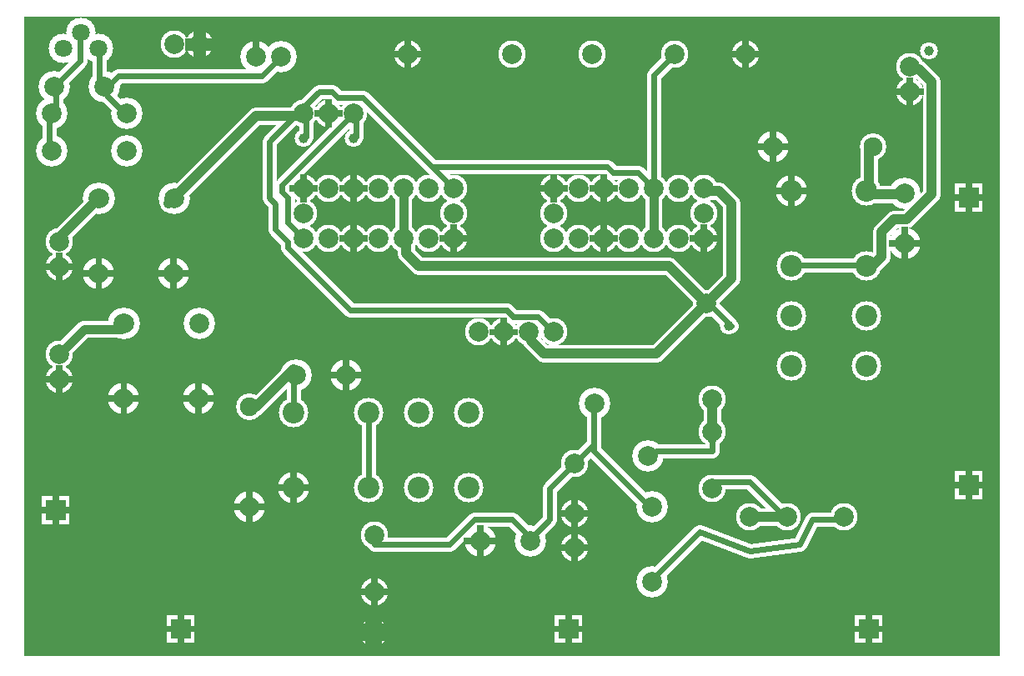
<source format=gbr>
%FSLAX34Y34*%
%MOMM*%
%LNCOPPER_BOTTOM*%
G71*
G01*
%ADD10C,2.800*%
%ADD11C,1.700*%
%ADD12C,1.400*%
%ADD13C,1.800*%
%ADD14C,3.200*%
%ADD15C,2.800*%
%ADD16C,1.800*%
%ADD17C,2.700*%
%ADD18C,3.000*%
%ADD19C,3.000*%
%ADD20C,0.667*%
%ADD21C,0.680*%
%ADD22C,0.813*%
%ADD23C,1.260*%
%ADD24C,1.713*%
%ADD25C,2.000*%
%ADD26C,0.900*%
%ADD27C,0.600*%
%ADD28C,1.000*%
%ADD29C,2.000*%
%ADD30C,1.000*%
%ADD31C,1.900*%
%ADD32C,2.200*%
%ADD33C,4.300*%
%ADD34C,1.800*%
%LPD*%
G36*
X-698500Y479300D02*
X291500Y479300D01*
X291500Y-170700D01*
X-698500Y-170700D01*
X-698500Y479300D01*
G37*
%LPC*%
X-161150Y304510D02*
G54D10*
D03*
X-135750Y304510D02*
G54D10*
D03*
X-135750Y304510D02*
G54D10*
D03*
X-110350Y304510D02*
G54D10*
D03*
X-110350Y304510D02*
G54D10*
D03*
X-84950Y304510D02*
G54D10*
D03*
X-84950Y304510D02*
G54D10*
D03*
X-59550Y304510D02*
G54D10*
D03*
X-59550Y304510D02*
G54D10*
D03*
X-34150Y304510D02*
G54D10*
D03*
X-34150Y304510D02*
G54D10*
D03*
X-8750Y304510D02*
G54D10*
D03*
X-8750Y304510D02*
G54D10*
D03*
X-8750Y279110D02*
G54D10*
D03*
X-8750Y279110D02*
G54D10*
D03*
X-8750Y253710D02*
G54D10*
D03*
X-161150Y304510D02*
G54D10*
D03*
X-161150Y279110D02*
G54D10*
D03*
X-161150Y279110D02*
G54D10*
D03*
X-161150Y253710D02*
G54D10*
D03*
X-161150Y253710D02*
G54D10*
D03*
X-135750Y253710D02*
G54D10*
D03*
X-135750Y253710D02*
G54D10*
D03*
X-110350Y253710D02*
G54D10*
D03*
X-110350Y253710D02*
G54D10*
D03*
X-84950Y253710D02*
G54D10*
D03*
X-84950Y253710D02*
G54D10*
D03*
X-59550Y253710D02*
G54D10*
D03*
X-59550Y253710D02*
G54D10*
D03*
X-34150Y253710D02*
G54D10*
D03*
X-34150Y253710D02*
G54D10*
D03*
X-8750Y253710D02*
G54D10*
D03*
X-8750Y253710D02*
G54D10*
D03*
X-161150Y253710D02*
G54D10*
D03*
X-415150Y304510D02*
G54D10*
D03*
X-389750Y304510D02*
G54D10*
D03*
X-389750Y304510D02*
G54D10*
D03*
X-364350Y304510D02*
G54D10*
D03*
X-364350Y304510D02*
G54D10*
D03*
X-338950Y304510D02*
G54D10*
D03*
X-338950Y304510D02*
G54D10*
D03*
X-313550Y304510D02*
G54D10*
D03*
X-313550Y304510D02*
G54D10*
D03*
X-288150Y304510D02*
G54D10*
D03*
X-288150Y304510D02*
G54D10*
D03*
X-262750Y304510D02*
G54D10*
D03*
X-262750Y304510D02*
G54D10*
D03*
X-262750Y279110D02*
G54D10*
D03*
X-262750Y279110D02*
G54D10*
D03*
X-262750Y253710D02*
G54D10*
D03*
X-415150Y304510D02*
G54D10*
D03*
X-415150Y279110D02*
G54D10*
D03*
X-415150Y279110D02*
G54D10*
D03*
X-415150Y253710D02*
G54D10*
D03*
X-415150Y253710D02*
G54D10*
D03*
X-389750Y253710D02*
G54D10*
D03*
X-389750Y253710D02*
G54D10*
D03*
X-364350Y253710D02*
G54D10*
D03*
X-364350Y253710D02*
G54D10*
D03*
X-338950Y253710D02*
G54D10*
D03*
X-338950Y253710D02*
G54D10*
D03*
X-313550Y253710D02*
G54D10*
D03*
X-313550Y253710D02*
G54D10*
D03*
X-288150Y253710D02*
G54D10*
D03*
X-288150Y253710D02*
G54D10*
D03*
X-262750Y253710D02*
G54D10*
D03*
X-262750Y253710D02*
G54D10*
D03*
X-415150Y253710D02*
G54D10*
D03*
X-237350Y158460D02*
G54D10*
D03*
X-237350Y158460D02*
G54D10*
D03*
X-211950Y158460D02*
G54D10*
D03*
X-211950Y158460D02*
G54D10*
D03*
X-186550Y158460D02*
G54D10*
D03*
X-186550Y158460D02*
G54D10*
D03*
X-161150Y158460D02*
G54D10*
D03*
X-161150Y158460D02*
G54D10*
D03*
G54D11*
X-313550Y253710D02*
X-313550Y304510D01*
G54D11*
X-59550Y253710D02*
X-59550Y304510D01*
X-415150Y380710D02*
G54D10*
D03*
X-389750Y380710D02*
G54D10*
D03*
X-364350Y380710D02*
G54D10*
D03*
G54D12*
X-364350Y380710D02*
X-367500Y383860D01*
X-367500Y377510D01*
X-437350Y307660D01*
X-437350Y301310D01*
X-431000Y294960D01*
X-431000Y269560D01*
X-418300Y256860D01*
X-415150Y253710D01*
G54D12*
X-415150Y380710D02*
X-418300Y383860D01*
X-450050Y352110D01*
X-450050Y294960D01*
X-443700Y288610D01*
X-443700Y263210D01*
X-431000Y250510D01*
X-431000Y244160D01*
X-367500Y180660D01*
X-208750Y180660D01*
X-202400Y174310D01*
X-177000Y174310D01*
X-164300Y161610D01*
X-161150Y158460D01*
G54D12*
X-415150Y380710D02*
X-418300Y383860D01*
X-399250Y402910D01*
X-386550Y402910D01*
X-380200Y396560D01*
X-354800Y396560D01*
X-265900Y307660D01*
X-262750Y304510D01*
G54D12*
X-415150Y380710D02*
X-418300Y383860D01*
X-399250Y402910D01*
X-386550Y402910D01*
X-380200Y396560D01*
X-354800Y396560D01*
X-284950Y326710D01*
X-107150Y326710D01*
X-100800Y320360D01*
X-75400Y320360D01*
X-62700Y307660D01*
X-59550Y304510D01*
X-415150Y355310D02*
G54D13*
D03*
X-364350Y355310D02*
G54D13*
D03*
G54D12*
X-415150Y355310D02*
X-412750Y357100D01*
X-412750Y382500D01*
X-415150Y380710D01*
G54D12*
X-364350Y355310D02*
X-361950Y357100D01*
X-361950Y382500D01*
X-364350Y380710D01*
X-597483Y167666D02*
G54D14*
D03*
X-597533Y91416D02*
G54D14*
D03*
X-597483Y167666D02*
G54D15*
D03*
X-521292Y167592D02*
G54D14*
D03*
X-597542Y167642D02*
G54D14*
D03*
X-521292Y167592D02*
G54D15*
D03*
X-521292Y167592D02*
G54D14*
D03*
X-521342Y91342D02*
G54D14*
D03*
X-521292Y167592D02*
G54D15*
D03*
X-622882Y294666D02*
G54D14*
D03*
X-622933Y218416D02*
G54D14*
D03*
X-622883Y294666D02*
G54D15*
D03*
X-546692Y294592D02*
G54D14*
D03*
X-622942Y294642D02*
G54D14*
D03*
X-546692Y294592D02*
G54D15*
D03*
X-546692Y294592D02*
G54D14*
D03*
X-546742Y218342D02*
G54D14*
D03*
X-546692Y294592D02*
G54D15*
D03*
X-663127Y135961D02*
G54D10*
D03*
X-663127Y110561D02*
G54D10*
D03*
X-663127Y250261D02*
G54D10*
D03*
X-663127Y224861D02*
G54D10*
D03*
X200473Y428061D02*
G54D10*
D03*
X200473Y402661D02*
G54D10*
D03*
G54D11*
X-663127Y135961D02*
X-637727Y161361D01*
X-599627Y161361D01*
X-597542Y167642D01*
X219850Y444210D02*
G54D13*
D03*
X-6350Y187400D02*
G54D10*
D03*
G54D16*
X-6350Y187400D02*
X19050Y212800D01*
X19050Y289000D01*
X6350Y301700D01*
X-6350Y301700D01*
X-8750Y304510D01*
G54D16*
X-6350Y187400D02*
X-44450Y225500D01*
X-298450Y225500D01*
X-311150Y238200D01*
X-311150Y250900D01*
X-313550Y253710D01*
G54D16*
X-6350Y187400D02*
X-57150Y136600D01*
X-171450Y136600D01*
X-184150Y149300D01*
X-184150Y162000D01*
X-186550Y158460D01*
G54D16*
X-663127Y250261D02*
X-666750Y250900D01*
X-628650Y289000D01*
X-622942Y294642D01*
G54D16*
X-546692Y294592D02*
X-552450Y289000D01*
X-463550Y377900D01*
X-412750Y377900D01*
X-415150Y380710D01*
X-469900Y-19050D02*
G54D17*
D03*
X-469900Y82550D02*
G54D17*
D03*
X-425065Y235D02*
G54D18*
D03*
X-425065Y76435D02*
G54D18*
D03*
X-348865Y235D02*
G54D18*
D03*
X-298065Y235D02*
G54D18*
D03*
X-247265Y235D02*
G54D18*
D03*
X-348865Y76435D02*
G54D18*
D03*
X-298065Y76435D02*
G54D18*
D03*
X-247265Y76435D02*
G54D18*
D03*
X-371640Y115125D02*
G54D14*
D03*
X-422621Y115013D02*
G54D14*
D03*
X-371640Y115125D02*
G54D14*
D03*
X-469900Y-19050D02*
G54D14*
D03*
X-425065Y235D02*
G54D14*
D03*
G54D12*
X-422621Y115013D02*
X-425450Y117350D01*
X-425450Y79250D01*
X-425065Y76435D01*
G54D12*
X-348865Y76435D02*
X-349250Y79250D01*
X-349250Y3050D01*
X-348865Y235D01*
X61352Y347104D02*
G54D17*
D03*
X162952Y347104D02*
G54D17*
D03*
X80637Y302270D02*
G54D18*
D03*
X156837Y302270D02*
G54D18*
D03*
X80637Y226070D02*
G54D18*
D03*
X80637Y175270D02*
G54D18*
D03*
X80637Y124470D02*
G54D18*
D03*
X156837Y226070D02*
G54D18*
D03*
X156837Y175270D02*
G54D18*
D03*
X156837Y124470D02*
G54D18*
D03*
X195527Y248845D02*
G54D14*
D03*
X195415Y299826D02*
G54D14*
D03*
X195527Y248845D02*
G54D14*
D03*
X61352Y347104D02*
G54D14*
D03*
X80637Y302270D02*
G54D14*
D03*
G54D12*
X156837Y226070D02*
X159652Y226455D01*
X83452Y226454D01*
X80637Y226069D01*
X-463650Y438100D02*
G54D14*
D03*
X-438150Y438100D02*
G54D14*
D03*
X-425065Y76435D02*
G54D10*
D03*
X80637Y302270D02*
G54D10*
D03*
G54D16*
X-422621Y115013D02*
X-425450Y120600D01*
X-463550Y82500D01*
X-469900Y82550D01*
G54D16*
X156837Y302270D02*
X158750Y298400D01*
X158750Y349200D01*
X162952Y347105D01*
G54D16*
X156837Y226070D02*
X158750Y222200D01*
X171450Y234900D01*
X171450Y260300D01*
X184150Y273000D01*
X196850Y273000D01*
X222250Y298400D01*
X222250Y412700D01*
X209550Y425400D01*
X196850Y425400D01*
X200473Y428061D01*
G36*
X246350Y309200D02*
X274350Y309200D01*
X274350Y281200D01*
X246350Y281200D01*
X246350Y309200D01*
G37*
G36*
X246350Y17100D02*
X274350Y17100D01*
X274350Y-10900D01*
X246350Y-10900D01*
X246350Y17100D01*
G37*
G54D16*
X195415Y299826D02*
X190500Y298400D01*
X152400Y298400D01*
X156837Y302270D01*
X0Y57150D02*
G54D10*
D03*
X0Y0D02*
G54D10*
D03*
X-342900Y-47750D02*
G54D10*
D03*
X-342900Y-104900D02*
G54D10*
D03*
X76200Y-28700D02*
G54D10*
D03*
X133350Y-28700D02*
G54D10*
D03*
X-65623Y32350D02*
G54D14*
D03*
X-119505Y86302D02*
G54D14*
D03*
X-65623Y32350D02*
G54D15*
D03*
X-61572Y-95426D02*
G54D14*
D03*
X-61522Y-19176D02*
G54D14*
D03*
X-61572Y-95426D02*
G54D15*
D03*
G36*
X-160050Y-128950D02*
X-132050Y-128950D01*
X-132050Y-156950D01*
X-160050Y-156950D01*
X-160050Y-128950D01*
G37*
X-139700Y25400D02*
G54D10*
D03*
X-139700Y-25400D02*
G54D10*
D03*
X-342900Y-104900D02*
G54D10*
D03*
G54D12*
X-61522Y-19176D02*
X-63500Y-19100D01*
X-120650Y38050D01*
X-120650Y88850D01*
X-119505Y86302D01*
G54D12*
X-139700Y25400D02*
X-139700Y25350D01*
X-120650Y44400D01*
X-120650Y88850D01*
X-119505Y86302D01*
G54D12*
X-65623Y32350D02*
X-63500Y31700D01*
X-57150Y38050D01*
X0Y38050D01*
X0Y57150D01*
X-139700Y-25400D02*
G54D10*
D03*
X-235806Y-54007D02*
G54D14*
D03*
X-184826Y-53895D02*
G54D14*
D03*
X16650Y164810D02*
G54D13*
D03*
G54D12*
X16650Y164810D02*
X19050Y165050D01*
X-6350Y190450D01*
X-6350Y187400D01*
X-235806Y-54007D02*
G54D14*
D03*
G54D12*
X-184826Y-53895D02*
X-184150Y-50850D01*
X-165100Y-31800D01*
X-165100Y-50D01*
X-139700Y25350D01*
X-139700Y25400D01*
G36*
X-553750Y-128950D02*
X-525750Y-128950D01*
X-525750Y-156950D01*
X-553750Y-156950D01*
X-553750Y-128950D01*
G37*
G36*
X144750Y-128950D02*
X172750Y-128950D01*
X172750Y-156950D01*
X144750Y-156950D01*
X144750Y-128950D01*
G37*
G54D12*
X-184826Y-53895D02*
X-184150Y-50850D01*
X-203200Y-31800D01*
X-241300Y-31800D01*
X-266700Y-57200D01*
X-342900Y-57200D01*
X-342900Y-54100D01*
G54D12*
X76200Y-28700D02*
X76200Y-31800D01*
X38100Y6300D01*
X0Y6300D01*
X0Y6350D01*
G54D12*
X-61572Y-95426D02*
X-63500Y-95300D01*
X-12700Y-44500D01*
X38100Y-63500D01*
X88900Y-57200D01*
X101600Y-31800D01*
X127000Y-31800D01*
X127000Y-28700D01*
G36*
X-680750Y-8300D02*
X-652750Y-8300D01*
X-652750Y-36300D01*
X-680750Y-36300D01*
X-680750Y-8300D01*
G37*
X-623482Y447122D02*
G54D19*
D03*
X-641057Y463022D02*
G54D19*
D03*
X-658673Y447087D02*
G54D19*
D03*
X-668547Y407735D02*
G54D14*
D03*
X-617566Y407848D02*
G54D14*
D03*
X-670954Y381088D02*
G54D14*
D03*
X-594704Y381038D02*
G54D14*
D03*
X-670954Y342988D02*
G54D14*
D03*
X-594704Y342938D02*
G54D14*
D03*
G54D12*
X-617566Y407848D02*
X-616254Y408431D01*
X-622604Y414781D01*
X-622604Y446531D01*
X-623482Y447122D01*
G54D12*
X-668547Y407736D02*
X-667054Y408431D01*
X-641654Y433831D01*
X-641654Y465581D01*
X-641057Y463022D01*
G54D12*
X-594704Y381038D02*
X-596900Y380950D01*
X-615950Y400000D01*
X-615950Y406350D01*
X-617566Y407848D01*
G54D12*
X-670954Y342988D02*
X-673100Y342850D01*
X-673100Y380950D01*
X-670954Y381088D01*
G54D12*
X-670954Y381088D02*
X-673100Y380950D01*
X-666750Y387300D01*
X-666750Y406350D01*
X-668547Y407735D01*
X-546100Y450800D02*
G54D10*
D03*
X-520700Y450800D02*
G54D10*
D03*
G54D12*
X-617566Y407848D02*
X-615950Y406350D01*
X-603250Y419050D01*
X-457200Y419050D01*
X-438150Y438100D01*
X-203200Y441200D02*
G54D10*
D03*
X-122099Y440463D02*
G54D10*
D03*
X-38100Y441200D02*
G54D10*
D03*
X-309200Y440673D02*
G54D10*
D03*
X33700Y440673D02*
G54D10*
D03*
G54D12*
X-59550Y304510D02*
X-59550Y419750D01*
X-38100Y441200D01*
X-343947Y-146365D02*
G54D10*
D03*
X38100Y-28700D02*
G54D10*
D03*
G54D16*
X38100Y-28700D02*
X76200Y-28700D01*
X-139700Y-60450D02*
G54D10*
D03*
X0Y90170D02*
G54D10*
D03*
G54D16*
X0Y90170D02*
X0Y88900D01*
X0Y50800D01*
X0Y57150D01*
%LPD*%
G54D20*
G36*
X-113683Y304510D02*
X-113683Y319010D01*
X-107017Y319010D01*
X-107017Y304510D01*
X-113683Y304510D01*
G37*
G36*
X-110350Y307843D02*
X-95850Y307843D01*
X-95850Y301177D01*
X-110350Y301177D01*
X-110350Y307843D01*
G37*
G36*
X-107017Y304510D02*
X-107017Y290010D01*
X-113683Y290010D01*
X-113683Y304510D01*
X-107017Y304510D01*
G37*
G36*
X-110350Y301177D02*
X-124850Y301177D01*
X-124850Y307843D01*
X-110350Y307843D01*
X-110350Y301177D01*
G37*
G54D20*
G36*
X-161150Y307843D02*
X-146650Y307843D01*
X-146650Y301177D01*
X-161150Y301177D01*
X-161150Y307843D01*
G37*
G36*
X-157817Y304510D02*
X-157817Y290010D01*
X-164483Y290010D01*
X-164483Y304510D01*
X-157817Y304510D01*
G37*
G36*
X-161150Y301177D02*
X-175650Y301177D01*
X-175650Y307843D01*
X-161150Y307843D01*
X-161150Y301177D01*
G37*
G36*
X-164483Y304510D02*
X-164483Y319010D01*
X-157817Y319010D01*
X-157817Y304510D01*
X-164483Y304510D01*
G37*
G54D20*
G36*
X-113683Y253710D02*
X-113683Y268210D01*
X-107017Y268210D01*
X-107017Y253710D01*
X-113683Y253710D01*
G37*
G36*
X-110350Y257043D02*
X-95850Y257043D01*
X-95850Y250377D01*
X-110350Y250377D01*
X-110350Y257043D01*
G37*
G36*
X-107017Y253710D02*
X-107017Y239210D01*
X-113683Y239210D01*
X-113683Y253710D01*
X-107017Y253710D01*
G37*
G36*
X-110350Y250377D02*
X-124850Y250377D01*
X-124850Y257043D01*
X-110350Y257043D01*
X-110350Y250377D01*
G37*
G54D20*
G36*
X-8750Y257043D02*
X5750Y257043D01*
X5750Y250377D01*
X-8750Y250377D01*
X-8750Y257043D01*
G37*
G36*
X-5417Y253710D02*
X-5417Y239210D01*
X-12083Y239210D01*
X-12083Y253710D01*
X-5417Y253710D01*
G37*
G36*
X-8750Y250377D02*
X-23250Y250377D01*
X-23250Y257043D01*
X-8750Y257043D01*
X-8750Y250377D01*
G37*
G36*
X-12083Y253710D02*
X-12083Y268210D01*
X-5417Y268210D01*
X-5417Y253710D01*
X-12083Y253710D01*
G37*
G54D20*
G36*
X-367683Y304510D02*
X-367683Y319010D01*
X-361016Y319010D01*
X-361016Y304510D01*
X-367683Y304510D01*
G37*
G36*
X-364350Y307843D02*
X-349850Y307843D01*
X-349850Y301177D01*
X-364350Y301177D01*
X-364350Y307843D01*
G37*
G36*
X-361016Y304510D02*
X-361016Y290010D01*
X-367683Y290010D01*
X-367683Y304510D01*
X-361016Y304510D01*
G37*
G36*
X-364350Y301177D02*
X-378850Y301177D01*
X-378850Y307843D01*
X-364350Y307843D01*
X-364350Y301177D01*
G37*
G54D20*
G36*
X-415150Y307843D02*
X-400650Y307843D01*
X-400650Y301177D01*
X-415150Y301177D01*
X-415150Y307843D01*
G37*
G36*
X-411817Y304510D02*
X-411817Y290010D01*
X-418483Y290010D01*
X-418483Y304510D01*
X-411817Y304510D01*
G37*
G36*
X-415150Y301177D02*
X-429650Y301177D01*
X-429650Y307843D01*
X-415150Y307843D01*
X-415150Y301177D01*
G37*
G36*
X-418483Y304510D02*
X-418483Y319010D01*
X-411817Y319010D01*
X-411817Y304510D01*
X-418483Y304510D01*
G37*
G54D20*
G36*
X-367683Y253710D02*
X-367683Y268210D01*
X-361016Y268210D01*
X-361016Y253710D01*
X-367683Y253710D01*
G37*
G36*
X-364350Y257043D02*
X-349850Y257043D01*
X-349850Y250377D01*
X-364350Y250377D01*
X-364350Y257043D01*
G37*
G36*
X-361016Y253710D02*
X-361016Y239210D01*
X-367683Y239210D01*
X-367683Y253710D01*
X-361016Y253710D01*
G37*
G36*
X-364350Y250377D02*
X-378850Y250377D01*
X-378850Y257043D01*
X-364350Y257043D01*
X-364350Y250377D01*
G37*
G54D20*
G36*
X-262750Y257043D02*
X-248250Y257043D01*
X-248250Y250377D01*
X-262750Y250377D01*
X-262750Y257043D01*
G37*
G36*
X-259416Y253710D02*
X-259416Y239210D01*
X-266083Y239210D01*
X-266083Y253710D01*
X-259416Y253710D01*
G37*
G36*
X-262750Y250377D02*
X-277250Y250377D01*
X-277250Y257043D01*
X-262750Y257043D01*
X-262750Y250377D01*
G37*
G36*
X-266083Y253710D02*
X-266083Y268210D01*
X-259416Y268210D01*
X-259416Y253710D01*
X-266083Y253710D01*
G37*
G54D20*
G36*
X-215283Y158460D02*
X-215283Y172960D01*
X-208616Y172960D01*
X-208616Y158460D01*
X-215283Y158460D01*
G37*
G36*
X-211950Y161793D02*
X-197450Y161793D01*
X-197450Y155127D01*
X-211950Y155127D01*
X-211950Y161793D01*
G37*
G36*
X-208616Y158460D02*
X-208616Y143960D01*
X-215283Y143960D01*
X-215283Y158460D01*
X-208616Y158460D01*
G37*
G36*
X-211950Y155127D02*
X-226450Y155127D01*
X-226450Y161793D01*
X-211950Y161793D01*
X-211950Y155127D01*
G37*
G54D20*
G36*
X-393083Y380710D02*
X-393083Y395210D01*
X-386417Y395210D01*
X-386417Y380710D01*
X-393083Y380710D01*
G37*
G36*
X-389750Y384043D02*
X-375250Y384043D01*
X-375250Y377377D01*
X-389750Y377377D01*
X-389750Y384043D01*
G37*
G36*
X-386417Y380710D02*
X-386417Y366210D01*
X-393083Y366210D01*
X-393083Y380710D01*
X-386417Y380710D01*
G37*
G36*
X-389750Y377377D02*
X-404250Y377377D01*
X-404250Y384043D01*
X-389750Y384043D01*
X-389750Y377377D01*
G37*
G54D20*
G36*
X-597533Y94749D02*
X-581033Y94749D01*
X-581033Y88083D01*
X-597533Y88083D01*
X-597533Y94749D01*
G37*
G36*
X-594200Y91416D02*
X-594200Y74916D01*
X-600866Y74916D01*
X-600866Y91416D01*
X-594200Y91416D01*
G37*
G36*
X-597533Y88083D02*
X-614033Y88083D01*
X-614033Y94749D01*
X-597533Y94749D01*
X-597533Y88083D01*
G37*
G36*
X-600866Y91416D02*
X-600866Y107916D01*
X-594200Y107916D01*
X-594200Y91416D01*
X-600866Y91416D01*
G37*
G54D21*
G36*
X-521342Y94742D02*
X-504842Y94742D01*
X-504842Y87942D01*
X-521342Y87942D01*
X-521342Y94742D01*
G37*
G36*
X-517942Y91342D02*
X-517942Y74842D01*
X-524742Y74842D01*
X-524742Y91342D01*
X-517942Y91342D01*
G37*
G36*
X-521342Y87942D02*
X-537842Y87942D01*
X-537842Y94742D01*
X-521342Y94742D01*
X-521342Y87942D01*
G37*
G36*
X-524742Y91342D02*
X-524742Y107842D01*
X-517942Y107842D01*
X-517942Y91342D01*
X-524742Y91342D01*
G37*
G54D20*
G36*
X-622933Y221749D02*
X-606433Y221749D01*
X-606433Y215083D01*
X-622933Y215083D01*
X-622933Y221749D01*
G37*
G36*
X-619600Y218416D02*
X-619600Y201916D01*
X-626266Y201916D01*
X-626266Y218416D01*
X-619600Y218416D01*
G37*
G36*
X-622933Y215083D02*
X-639433Y215083D01*
X-639433Y221749D01*
X-622933Y221749D01*
X-622933Y215083D01*
G37*
G36*
X-626266Y218416D02*
X-626266Y234916D01*
X-619600Y234916D01*
X-619600Y218416D01*
X-626266Y218416D01*
G37*
G54D21*
G36*
X-546742Y221742D02*
X-530242Y221742D01*
X-530242Y214942D01*
X-546742Y214942D01*
X-546742Y221742D01*
G37*
G36*
X-543342Y218342D02*
X-543342Y201842D01*
X-550142Y201842D01*
X-550142Y218342D01*
X-543342Y218342D01*
G37*
G36*
X-546742Y214942D02*
X-563242Y214942D01*
X-563242Y221742D01*
X-546742Y221742D01*
X-546742Y214942D01*
G37*
G36*
X-550142Y218342D02*
X-550142Y234842D01*
X-543342Y234842D01*
X-543342Y218342D01*
X-550142Y218342D01*
G37*
G54D20*
G36*
X-666460Y110561D02*
X-666460Y125061D01*
X-659794Y125061D01*
X-659794Y110561D01*
X-666460Y110561D01*
G37*
G36*
X-663127Y113894D02*
X-648627Y113894D01*
X-648627Y107228D01*
X-663127Y107228D01*
X-663127Y113894D01*
G37*
G36*
X-659794Y110561D02*
X-659794Y96061D01*
X-666460Y96061D01*
X-666460Y110561D01*
X-659794Y110561D01*
G37*
G36*
X-663127Y107228D02*
X-677627Y107228D01*
X-677627Y113894D01*
X-663127Y113894D01*
X-663127Y107228D01*
G37*
G54D20*
G36*
X-666460Y224861D02*
X-666460Y239361D01*
X-659794Y239361D01*
X-659794Y224861D01*
X-666460Y224861D01*
G37*
G36*
X-663127Y228194D02*
X-648627Y228194D01*
X-648627Y221528D01*
X-663127Y221528D01*
X-663127Y228194D01*
G37*
G36*
X-659794Y224861D02*
X-659794Y210361D01*
X-666460Y210361D01*
X-666460Y224861D01*
X-659794Y224861D01*
G37*
G36*
X-663127Y221528D02*
X-677627Y221528D01*
X-677627Y228194D01*
X-663127Y228194D01*
X-663127Y221528D01*
G37*
G54D20*
G36*
X197140Y402661D02*
X197140Y417161D01*
X203806Y417161D01*
X203806Y402661D01*
X197140Y402661D01*
G37*
G36*
X200473Y405994D02*
X214973Y405994D01*
X214973Y399328D01*
X200473Y399328D01*
X200473Y405994D01*
G37*
G36*
X203806Y402661D02*
X203806Y388161D01*
X197140Y388161D01*
X197140Y402661D01*
X203806Y402661D01*
G37*
G36*
X200473Y399328D02*
X185973Y399328D01*
X185973Y405994D01*
X200473Y405994D01*
X200473Y399328D01*
G37*
G54D21*
G36*
X-371640Y118525D02*
X-355140Y118525D01*
X-355140Y111725D01*
X-371640Y111725D01*
X-371640Y118525D01*
G37*
G36*
X-368240Y115125D02*
X-368240Y98625D01*
X-375040Y98625D01*
X-375040Y115125D01*
X-368240Y115125D01*
G37*
G36*
X-371640Y111725D02*
X-388140Y111725D01*
X-388140Y118525D01*
X-371640Y118525D01*
X-371640Y111725D01*
G37*
G36*
X-375040Y115125D02*
X-375040Y131625D01*
X-368240Y131625D01*
X-368240Y115125D01*
X-375040Y115125D01*
G37*
G54D21*
G36*
X-469900Y-15650D02*
X-453400Y-15650D01*
X-453400Y-22450D01*
X-469900Y-22450D01*
X-469900Y-15650D01*
G37*
G36*
X-466500Y-19050D02*
X-466500Y-35550D01*
X-473300Y-35550D01*
X-473300Y-19050D01*
X-466500Y-19050D01*
G37*
G36*
X-469900Y-22450D02*
X-486400Y-22450D01*
X-486400Y-15650D01*
X-469900Y-15650D01*
X-469900Y-22450D01*
G37*
G36*
X-473300Y-19050D02*
X-473300Y-2550D01*
X-466500Y-2550D01*
X-466500Y-19050D01*
X-473300Y-19050D01*
G37*
G54D21*
G36*
X-425065Y3635D02*
X-408565Y3635D01*
X-408565Y-3165D01*
X-425065Y-3165D01*
X-425065Y3635D01*
G37*
G36*
X-421665Y235D02*
X-421665Y-16265D01*
X-428465Y-16265D01*
X-428465Y235D01*
X-421665Y235D01*
G37*
G36*
X-425065Y-3165D02*
X-441565Y-3165D01*
X-441565Y3635D01*
X-425065Y3635D01*
X-425065Y-3165D01*
G37*
G36*
X-428465Y235D02*
X-428465Y16735D01*
X-421665Y16735D01*
X-421665Y235D01*
X-428465Y235D01*
G37*
G54D21*
G36*
X198927Y248845D02*
X198927Y232345D01*
X192127Y232345D01*
X192127Y248845D01*
X198927Y248845D01*
G37*
G36*
X195527Y245445D02*
X179027Y245445D01*
X179027Y252245D01*
X195527Y252245D01*
X195527Y245445D01*
G37*
G36*
X192127Y248845D02*
X192127Y265345D01*
X198927Y265345D01*
X198927Y248845D01*
X192127Y248845D01*
G37*
G36*
X195527Y252245D02*
X212027Y252245D01*
X212027Y245445D01*
X195527Y245445D01*
X195527Y252245D01*
G37*
G54D21*
G36*
X64752Y347104D02*
X64752Y330604D01*
X57952Y330604D01*
X57952Y347104D01*
X64752Y347104D01*
G37*
G36*
X61352Y343704D02*
X44852Y343704D01*
X44852Y350504D01*
X61352Y350504D01*
X61352Y343704D01*
G37*
G36*
X57952Y347104D02*
X57952Y363604D01*
X64752Y363604D01*
X64752Y347104D01*
X57952Y347104D01*
G37*
G36*
X61352Y350504D02*
X77852Y350504D01*
X77852Y343704D01*
X61352Y343704D01*
X61352Y350504D01*
G37*
G54D21*
G36*
X84037Y302270D02*
X84037Y285770D01*
X77237Y285770D01*
X77237Y302270D01*
X84037Y302270D01*
G37*
G36*
X80637Y298870D02*
X64137Y298870D01*
X64137Y305670D01*
X80637Y305670D01*
X80637Y298870D01*
G37*
G36*
X77237Y302270D02*
X77237Y318770D01*
X84037Y318770D01*
X84037Y302270D01*
X77237Y302270D01*
G37*
G36*
X80637Y305670D02*
X97137Y305670D01*
X97137Y298870D01*
X80637Y298870D01*
X80637Y305670D01*
G37*
G54D20*
G36*
X-466983Y438100D02*
X-466983Y454600D01*
X-460317Y454600D01*
X-460317Y438100D01*
X-466983Y438100D01*
G37*
G54D22*
G54D20*
G36*
X257017Y295200D02*
X257017Y309700D01*
X263683Y309700D01*
X263683Y295200D01*
X257017Y295200D01*
G37*
G36*
X260350Y298533D02*
X274850Y298533D01*
X274850Y291867D01*
X260350Y291867D01*
X260350Y298533D01*
G37*
G36*
X263683Y295200D02*
X263683Y280700D01*
X257017Y280700D01*
X257017Y295200D01*
X263683Y295200D01*
G37*
G36*
X260350Y291867D02*
X245850Y291867D01*
X245850Y298533D01*
X260350Y298533D01*
X260350Y291867D01*
G37*
G54D20*
G36*
X257017Y3100D02*
X257017Y17600D01*
X263683Y17600D01*
X263683Y3100D01*
X257017Y3100D01*
G37*
G36*
X260350Y6433D02*
X274850Y6433D01*
X274850Y-233D01*
X260350Y-233D01*
X260350Y6433D01*
G37*
G36*
X263683Y3100D02*
X263683Y-11400D01*
X257017Y-11400D01*
X257017Y3100D01*
X263683Y3100D01*
G37*
G36*
X260350Y-233D02*
X245850Y-233D01*
X245850Y6433D01*
X260350Y6433D01*
X260350Y-233D01*
G37*
G54D20*
G36*
X-149383Y-142950D02*
X-149383Y-128450D01*
X-142717Y-128450D01*
X-142717Y-142950D01*
X-149383Y-142950D01*
G37*
G36*
X-146050Y-139617D02*
X-131550Y-139617D01*
X-131550Y-146283D01*
X-146050Y-146283D01*
X-146050Y-139617D01*
G37*
G36*
X-142717Y-142950D02*
X-142717Y-157450D01*
X-149383Y-157450D01*
X-149383Y-142950D01*
X-142717Y-142950D01*
G37*
G36*
X-146050Y-146283D02*
X-160550Y-146283D01*
X-160550Y-139617D01*
X-146050Y-139617D01*
X-146050Y-146283D01*
G37*
G54D21*
G36*
X-342900Y-101500D02*
X-328400Y-101500D01*
X-328400Y-108300D01*
X-342900Y-108300D01*
X-342900Y-101500D01*
G37*
G36*
X-339500Y-104900D02*
X-339500Y-119400D01*
X-346300Y-119400D01*
X-346300Y-104900D01*
X-339500Y-104900D01*
G37*
G36*
X-342900Y-108300D02*
X-357400Y-108300D01*
X-357400Y-101500D01*
X-342900Y-101500D01*
X-342900Y-108300D01*
G37*
G36*
X-346300Y-104900D02*
X-346300Y-90400D01*
X-339500Y-90400D01*
X-339500Y-104900D01*
X-346300Y-104900D01*
G37*
G54D21*
G36*
X-139700Y-22000D02*
X-125200Y-22000D01*
X-125200Y-28800D01*
X-139700Y-28800D01*
X-139700Y-22000D01*
G37*
G36*
X-136300Y-25400D02*
X-136300Y-39900D01*
X-143100Y-39900D01*
X-143100Y-25400D01*
X-136300Y-25400D01*
G37*
G36*
X-139700Y-28800D02*
X-154200Y-28800D01*
X-154200Y-22000D01*
X-139700Y-22000D01*
X-139700Y-28800D01*
G37*
G36*
X-143100Y-25400D02*
X-143100Y-10900D01*
X-136300Y-10900D01*
X-136300Y-25400D01*
X-143100Y-25400D01*
G37*
G54D21*
G36*
X-235806Y-57407D02*
X-252306Y-57407D01*
X-252306Y-50607D01*
X-235806Y-50607D01*
X-235806Y-57407D01*
G37*
G36*
X-239206Y-54007D02*
X-239206Y-37507D01*
X-232406Y-37507D01*
X-232406Y-54007D01*
X-239206Y-54007D01*
G37*
G36*
X-235806Y-50607D02*
X-219306Y-50607D01*
X-219306Y-57407D01*
X-235806Y-57407D01*
X-235806Y-50607D01*
G37*
G36*
X-232406Y-54007D02*
X-232406Y-70507D01*
X-239206Y-70507D01*
X-239206Y-54007D01*
X-232406Y-54007D01*
G37*
G54D20*
G36*
X-543083Y-142950D02*
X-543083Y-128450D01*
X-536417Y-128450D01*
X-536417Y-142950D01*
X-543083Y-142950D01*
G37*
G36*
X-539750Y-139617D02*
X-525250Y-139617D01*
X-525250Y-146283D01*
X-539750Y-146283D01*
X-539750Y-139617D01*
G37*
G36*
X-536417Y-142950D02*
X-536417Y-157450D01*
X-543083Y-157450D01*
X-543083Y-142950D01*
X-536417Y-142950D01*
G37*
G36*
X-539750Y-146283D02*
X-554250Y-146283D01*
X-554250Y-139617D01*
X-539750Y-139617D01*
X-539750Y-146283D01*
G37*
G54D20*
G36*
X155417Y-142950D02*
X155417Y-128450D01*
X162083Y-128450D01*
X162083Y-142950D01*
X155417Y-142950D01*
G37*
G36*
X158750Y-139617D02*
X173250Y-139617D01*
X173250Y-146283D01*
X158750Y-146283D01*
X158750Y-139617D01*
G37*
G36*
X162083Y-142950D02*
X162083Y-157450D01*
X155417Y-157450D01*
X155417Y-142950D01*
X162083Y-142950D01*
G37*
G36*
X158750Y-146283D02*
X144250Y-146283D01*
X144250Y-139617D01*
X158750Y-139617D01*
X158750Y-146283D01*
G37*
G54D20*
G36*
X-670083Y-22300D02*
X-670083Y-7800D01*
X-663417Y-7800D01*
X-663417Y-22300D01*
X-670083Y-22300D01*
G37*
G36*
X-666750Y-18967D02*
X-652250Y-18967D01*
X-652250Y-25633D01*
X-666750Y-25633D01*
X-666750Y-18967D01*
G37*
G36*
X-663417Y-22300D02*
X-663417Y-36800D01*
X-670083Y-36800D01*
X-670083Y-22300D01*
X-663417Y-22300D01*
G37*
G36*
X-666750Y-25633D02*
X-681250Y-25633D01*
X-681250Y-18967D01*
X-666750Y-18967D01*
X-666750Y-25633D01*
G37*
G54D23*
G36*
X-527000Y450800D02*
X-527000Y465300D01*
X-514400Y465300D01*
X-514400Y450800D01*
X-527000Y450800D01*
G37*
G36*
X-520700Y457100D02*
X-506200Y457100D01*
X-506200Y444500D01*
X-520700Y444500D01*
X-520700Y457100D01*
G37*
G36*
X-514400Y450800D02*
X-514400Y436300D01*
X-527000Y436300D01*
X-527000Y450800D01*
X-514400Y450800D01*
G37*
G36*
X-520700Y444500D02*
X-535200Y444500D01*
X-535200Y457100D01*
X-520700Y457100D01*
X-520700Y444500D01*
G37*
G54D20*
G36*
X-312533Y440673D02*
X-312533Y455173D01*
X-305867Y455173D01*
X-305867Y440673D01*
X-312533Y440673D01*
G37*
G36*
X-309200Y444006D02*
X-294700Y444006D01*
X-294700Y437340D01*
X-309200Y437340D01*
X-309200Y444006D01*
G37*
G36*
X-305867Y440673D02*
X-305867Y426173D01*
X-312533Y426173D01*
X-312533Y440673D01*
X-305867Y440673D01*
G37*
G36*
X-309200Y437340D02*
X-323700Y437340D01*
X-323700Y444006D01*
X-309200Y444006D01*
X-309200Y437340D01*
G37*
G54D20*
G36*
X30367Y440673D02*
X30367Y455173D01*
X37033Y455173D01*
X37033Y440673D01*
X30367Y440673D01*
G37*
G36*
X33700Y444006D02*
X48200Y444006D01*
X48200Y437340D01*
X33700Y437340D01*
X33700Y444006D01*
G37*
G36*
X37033Y440673D02*
X37033Y426173D01*
X30367Y426173D01*
X30367Y440673D01*
X37033Y440673D01*
G37*
G36*
X33700Y437340D02*
X19200Y437340D01*
X19200Y444006D01*
X33700Y444006D01*
X33700Y437340D01*
G37*
G54D24*
G36*
X-343947Y-154932D02*
X-358447Y-154932D01*
X-358447Y-137798D01*
X-343947Y-137798D01*
X-343947Y-154932D01*
G37*
G36*
X-352514Y-146365D02*
X-352514Y-131865D01*
X-335380Y-131865D01*
X-335380Y-146365D01*
X-352514Y-146365D01*
G37*
G36*
X-343947Y-137798D02*
X-329447Y-137798D01*
X-329447Y-154932D01*
X-343947Y-154932D01*
X-343947Y-137798D01*
G37*
G36*
X-335380Y-146365D02*
X-335380Y-160865D01*
X-352514Y-160865D01*
X-352514Y-146365D01*
X-335380Y-146365D01*
G37*
G54D21*
G36*
X-139700Y-57050D02*
X-125200Y-57050D01*
X-125200Y-63850D01*
X-139700Y-63850D01*
X-139700Y-57050D01*
G37*
G36*
X-136300Y-60450D02*
X-136300Y-74950D01*
X-143100Y-74950D01*
X-143100Y-60450D01*
X-136300Y-60450D01*
G37*
G36*
X-139700Y-63850D02*
X-154200Y-63850D01*
X-154200Y-57050D01*
X-139700Y-57050D01*
X-139700Y-63850D01*
G37*
G36*
X-143100Y-60450D02*
X-143100Y-45950D01*
X-136300Y-45950D01*
X-136300Y-60450D01*
X-143100Y-60450D01*
G37*
X-161150Y304510D02*
G54D25*
D03*
X-135750Y304510D02*
G54D25*
D03*
X-135750Y304510D02*
G54D25*
D03*
X-110350Y304510D02*
G54D25*
D03*
X-110350Y304510D02*
G54D25*
D03*
X-84950Y304510D02*
G54D25*
D03*
X-84950Y304510D02*
G54D25*
D03*
X-59550Y304510D02*
G54D25*
D03*
X-59550Y304510D02*
G54D25*
D03*
X-34150Y304510D02*
G54D25*
D03*
X-34150Y304510D02*
G54D25*
D03*
X-8750Y304510D02*
G54D25*
D03*
X-8750Y304510D02*
G54D25*
D03*
X-8750Y279110D02*
G54D25*
D03*
X-8750Y279110D02*
G54D25*
D03*
X-8750Y253710D02*
G54D25*
D03*
X-161150Y304510D02*
G54D25*
D03*
X-161150Y279110D02*
G54D25*
D03*
X-161150Y279110D02*
G54D25*
D03*
X-161150Y253710D02*
G54D25*
D03*
X-161150Y253710D02*
G54D25*
D03*
X-135750Y253710D02*
G54D25*
D03*
X-135750Y253710D02*
G54D25*
D03*
X-110350Y253710D02*
G54D25*
D03*
X-110350Y253710D02*
G54D25*
D03*
X-84950Y253710D02*
G54D25*
D03*
X-84950Y253710D02*
G54D25*
D03*
X-59550Y253710D02*
G54D25*
D03*
X-59550Y253710D02*
G54D25*
D03*
X-34150Y253710D02*
G54D25*
D03*
X-34150Y253710D02*
G54D25*
D03*
X-8750Y253710D02*
G54D25*
D03*
X-8750Y253710D02*
G54D25*
D03*
X-161150Y253710D02*
G54D25*
D03*
X-415150Y304510D02*
G54D25*
D03*
X-389750Y304510D02*
G54D25*
D03*
X-389750Y304510D02*
G54D25*
D03*
X-364350Y304510D02*
G54D25*
D03*
X-364350Y304510D02*
G54D25*
D03*
X-338950Y304510D02*
G54D25*
D03*
X-338950Y304510D02*
G54D25*
D03*
X-313550Y304510D02*
G54D25*
D03*
X-313550Y304510D02*
G54D25*
D03*
X-288150Y304510D02*
G54D25*
D03*
X-288150Y304510D02*
G54D25*
D03*
X-262750Y304510D02*
G54D25*
D03*
X-262750Y304510D02*
G54D25*
D03*
X-262750Y279110D02*
G54D25*
D03*
X-262750Y279110D02*
G54D25*
D03*
X-262750Y253710D02*
G54D25*
D03*
X-415150Y304510D02*
G54D25*
D03*
X-415150Y279110D02*
G54D25*
D03*
X-415150Y279110D02*
G54D25*
D03*
X-415150Y253710D02*
G54D25*
D03*
X-415150Y253710D02*
G54D25*
D03*
X-389750Y253710D02*
G54D25*
D03*
X-389750Y253710D02*
G54D25*
D03*
X-364350Y253710D02*
G54D25*
D03*
X-364350Y253710D02*
G54D25*
D03*
X-338950Y253710D02*
G54D25*
D03*
X-338950Y253710D02*
G54D25*
D03*
X-313550Y253710D02*
G54D25*
D03*
X-313550Y253710D02*
G54D25*
D03*
X-288150Y253710D02*
G54D25*
D03*
X-288150Y253710D02*
G54D25*
D03*
X-262750Y253710D02*
G54D25*
D03*
X-262750Y253710D02*
G54D25*
D03*
X-415150Y253710D02*
G54D25*
D03*
X-237350Y158460D02*
G54D25*
D03*
X-237350Y158460D02*
G54D25*
D03*
X-211950Y158460D02*
G54D25*
D03*
X-211950Y158460D02*
G54D25*
D03*
X-186550Y158460D02*
G54D25*
D03*
X-186550Y158460D02*
G54D25*
D03*
X-161150Y158460D02*
G54D25*
D03*
X-161150Y158460D02*
G54D25*
D03*
G54D26*
X-313550Y253710D02*
X-313550Y304510D01*
G54D26*
X-59550Y253710D02*
X-59550Y304510D01*
X-415150Y380710D02*
G54D25*
D03*
X-389750Y380710D02*
G54D25*
D03*
X-364350Y380710D02*
G54D25*
D03*
G54D27*
X-364350Y380710D02*
X-367500Y383860D01*
X-367500Y377510D01*
X-437350Y307660D01*
X-437350Y301310D01*
X-431000Y294960D01*
X-431000Y269560D01*
X-418300Y256860D01*
X-415150Y253710D01*
G54D27*
X-415150Y380710D02*
X-418300Y383860D01*
X-450050Y352110D01*
X-450050Y294960D01*
X-443700Y288610D01*
X-443700Y263210D01*
X-431000Y250510D01*
X-431000Y244160D01*
X-367500Y180660D01*
X-208750Y180660D01*
X-202400Y174310D01*
X-177000Y174310D01*
X-164300Y161610D01*
X-161150Y158460D01*
G54D27*
X-415150Y380710D02*
X-418300Y383860D01*
X-399250Y402910D01*
X-386550Y402910D01*
X-380200Y396560D01*
X-354800Y396560D01*
X-265900Y307660D01*
X-262750Y304510D01*
G54D27*
X-415150Y380710D02*
X-418300Y383860D01*
X-399250Y402910D01*
X-386550Y402910D01*
X-380200Y396560D01*
X-354800Y396560D01*
X-284950Y326710D01*
X-107150Y326710D01*
X-100800Y320360D01*
X-75400Y320360D01*
X-62700Y307660D01*
X-59550Y304510D01*
X-415150Y355310D02*
G54D28*
D03*
X-364350Y355310D02*
G54D28*
D03*
G54D27*
X-415150Y355310D02*
X-412750Y357100D01*
X-412750Y382500D01*
X-415150Y380710D01*
G54D27*
X-364350Y355310D02*
X-361950Y357100D01*
X-361950Y382500D01*
X-364350Y380710D01*
X-597483Y167666D02*
G54D25*
D03*
X-597533Y91416D02*
G54D25*
D03*
X-597483Y167666D02*
G54D29*
D03*
X-521292Y167592D02*
G54D25*
D03*
X-597542Y167642D02*
G54D25*
D03*
X-521292Y167592D02*
G54D29*
D03*
X-521292Y167592D02*
G54D25*
D03*
X-521342Y91342D02*
G54D25*
D03*
X-521292Y167592D02*
G54D29*
D03*
X-622882Y294666D02*
G54D25*
D03*
X-622933Y218416D02*
G54D25*
D03*
X-622883Y294666D02*
G54D29*
D03*
X-546692Y294592D02*
G54D25*
D03*
X-622942Y294642D02*
G54D25*
D03*
X-546692Y294592D02*
G54D29*
D03*
X-546692Y294592D02*
G54D25*
D03*
X-546742Y218342D02*
G54D25*
D03*
X-546692Y294592D02*
G54D29*
D03*
X-663127Y135961D02*
G54D25*
D03*
X-663127Y110561D02*
G54D25*
D03*
X-663127Y250261D02*
G54D25*
D03*
X-663127Y224861D02*
G54D25*
D03*
X200473Y428061D02*
G54D25*
D03*
X200473Y402661D02*
G54D25*
D03*
G54D26*
X-663127Y135961D02*
X-637727Y161361D01*
X-599627Y161361D01*
X-597542Y167642D01*
X219850Y444210D02*
G54D28*
D03*
X-6350Y187400D02*
G54D25*
D03*
G54D30*
X-6350Y187400D02*
X19050Y212800D01*
X19050Y289000D01*
X6350Y301700D01*
X-6350Y301700D01*
X-8750Y304510D01*
G54D30*
X-6350Y187400D02*
X-44450Y225500D01*
X-298450Y225500D01*
X-311150Y238200D01*
X-311150Y250900D01*
X-313550Y253710D01*
G54D30*
X-6350Y187400D02*
X-57150Y136600D01*
X-171450Y136600D01*
X-184150Y149300D01*
X-184150Y162000D01*
X-186550Y158460D01*
G54D30*
X-663127Y250261D02*
X-666750Y250900D01*
X-628650Y289000D01*
X-622942Y294642D01*
G54D30*
X-546692Y294592D02*
X-552450Y289000D01*
X-463550Y377900D01*
X-412750Y377900D01*
X-415150Y380710D01*
X-469900Y-19050D02*
G54D31*
D03*
X-469900Y82550D02*
G54D31*
D03*
X-425065Y235D02*
G54D32*
D03*
X-425065Y76435D02*
G54D32*
D03*
X-348865Y235D02*
G54D32*
D03*
X-298065Y235D02*
G54D32*
D03*
X-247265Y235D02*
G54D32*
D03*
X-348865Y76435D02*
G54D32*
D03*
X-298065Y76435D02*
G54D32*
D03*
X-247265Y76435D02*
G54D32*
D03*
X-371640Y115125D02*
G54D25*
D03*
X-422621Y115013D02*
G54D25*
D03*
X-371640Y115125D02*
G54D25*
D03*
X-469900Y-19050D02*
G54D25*
D03*
X-425065Y235D02*
G54D25*
D03*
G54D27*
X-422621Y115013D02*
X-425450Y117350D01*
X-425450Y79250D01*
X-425065Y76435D01*
G54D27*
X-348865Y76435D02*
X-349250Y79250D01*
X-349250Y3050D01*
X-348865Y235D01*
X61352Y347104D02*
G54D31*
D03*
X162952Y347104D02*
G54D31*
D03*
X80637Y302270D02*
G54D32*
D03*
X156837Y302270D02*
G54D32*
D03*
X80637Y226070D02*
G54D32*
D03*
X80637Y175270D02*
G54D32*
D03*
X80637Y124470D02*
G54D32*
D03*
X156837Y226070D02*
G54D32*
D03*
X156837Y175270D02*
G54D32*
D03*
X156837Y124470D02*
G54D32*
D03*
X195527Y248845D02*
G54D25*
D03*
X195415Y299826D02*
G54D25*
D03*
X195527Y248845D02*
G54D25*
D03*
X61352Y347104D02*
G54D25*
D03*
X80637Y302270D02*
G54D25*
D03*
G54D27*
X156837Y226070D02*
X159652Y226455D01*
X83452Y226454D01*
X80637Y226069D01*
X-463650Y438100D02*
G54D25*
D03*
X-438150Y438100D02*
G54D25*
D03*
X-425065Y76435D02*
G54D25*
D03*
X80637Y302270D02*
G54D25*
D03*
G54D30*
X-422621Y115013D02*
X-425450Y120600D01*
X-463550Y82500D01*
X-469900Y82550D01*
G54D30*
X156837Y302270D02*
X158750Y298400D01*
X158750Y349200D01*
X162952Y347105D01*
G54D30*
X156837Y226070D02*
X158750Y222200D01*
X171450Y234900D01*
X171450Y260300D01*
X184150Y273000D01*
X196850Y273000D01*
X222250Y298400D01*
X222250Y412700D01*
X209550Y425400D01*
X196850Y425400D01*
X200473Y428061D01*
G36*
X250350Y305200D02*
X270350Y305200D01*
X270350Y285200D01*
X250350Y285200D01*
X250350Y305200D01*
G37*
G36*
X250350Y13100D02*
X270350Y13100D01*
X270350Y-6900D01*
X250350Y-6900D01*
X250350Y13100D01*
G37*
G54D30*
X195415Y299826D02*
X190500Y298400D01*
X152400Y298400D01*
X156837Y302270D01*
X0Y57150D02*
G54D25*
D03*
X0Y0D02*
G54D25*
D03*
X-342900Y-47750D02*
G54D25*
D03*
X-342900Y-104900D02*
G54D25*
D03*
X76200Y-28700D02*
G54D25*
D03*
X133350Y-28700D02*
G54D25*
D03*
X-65623Y32350D02*
G54D25*
D03*
X-119505Y86302D02*
G54D25*
D03*
X-65623Y32350D02*
G54D29*
D03*
X-61572Y-95426D02*
G54D25*
D03*
X-61522Y-19176D02*
G54D25*
D03*
X-61572Y-95426D02*
G54D29*
D03*
G36*
X-156050Y-132950D02*
X-136050Y-132950D01*
X-136050Y-152950D01*
X-156050Y-152950D01*
X-156050Y-132950D01*
G37*
X-139700Y25400D02*
G54D25*
D03*
X-139700Y-25400D02*
G54D25*
D03*
X-342900Y-104900D02*
G54D25*
D03*
G54D27*
X-61522Y-19176D02*
X-63500Y-19100D01*
X-120650Y38050D01*
X-120650Y88850D01*
X-119505Y86302D01*
G54D27*
X-139700Y25400D02*
X-139700Y25350D01*
X-120650Y44400D01*
X-120650Y88850D01*
X-119505Y86302D01*
G54D27*
X-65623Y32350D02*
X-63500Y31700D01*
X-57150Y38050D01*
X0Y38050D01*
X0Y57150D01*
X-139700Y-25400D02*
G54D25*
D03*
X-235806Y-54007D02*
G54D25*
D03*
X-184826Y-53895D02*
G54D25*
D03*
X16650Y164810D02*
G54D28*
D03*
G54D27*
X16650Y164810D02*
X19050Y165050D01*
X-6350Y190450D01*
X-6350Y187400D01*
X-235806Y-54007D02*
G54D25*
D03*
G54D27*
X-184826Y-53895D02*
X-184150Y-50850D01*
X-165100Y-31800D01*
X-165100Y-50D01*
X-139700Y25350D01*
X-139700Y25400D01*
X-654050Y-136650D02*
G54D33*
D03*
G36*
X-549750Y-132950D02*
X-529750Y-132950D01*
X-529750Y-152950D01*
X-549750Y-152950D01*
X-549750Y-132950D01*
G37*
X260350Y-136650D02*
G54D33*
D03*
G36*
X148750Y-132950D02*
X168750Y-132950D01*
X168750Y-152950D01*
X148750Y-152950D01*
X148750Y-132950D01*
G37*
X260350Y447550D02*
G54D33*
D03*
G54D27*
X-184826Y-53895D02*
X-184150Y-50850D01*
X-203200Y-31800D01*
X-241300Y-31800D01*
X-266700Y-57200D01*
X-342900Y-57200D01*
X-342900Y-54100D01*
G54D27*
X76200Y-28700D02*
X76200Y-31800D01*
X38100Y6300D01*
X0Y6300D01*
X0Y6350D01*
G54D27*
X-61572Y-95426D02*
X-63500Y-95300D01*
X-12700Y-44500D01*
X38100Y-63500D01*
X88900Y-57200D01*
X101600Y-31800D01*
X127000Y-31800D01*
X127000Y-28700D01*
G36*
X-676750Y-12300D02*
X-656750Y-12300D01*
X-656750Y-32300D01*
X-676750Y-32300D01*
X-676750Y-12300D01*
G37*
X-623482Y447122D02*
G54D34*
D03*
X-641057Y463022D02*
G54D34*
D03*
X-658673Y447087D02*
G54D34*
D03*
X-668547Y407735D02*
G54D25*
D03*
X-617566Y407848D02*
G54D25*
D03*
X-670954Y381088D02*
G54D25*
D03*
X-594704Y381038D02*
G54D25*
D03*
X-670954Y342988D02*
G54D25*
D03*
X-594704Y342938D02*
G54D25*
D03*
G54D27*
X-617566Y407848D02*
X-616254Y408431D01*
X-622604Y414781D01*
X-622604Y446531D01*
X-623482Y447122D01*
G54D27*
X-668547Y407736D02*
X-667054Y408431D01*
X-641654Y433831D01*
X-641654Y465581D01*
X-641057Y463022D01*
G54D27*
X-594704Y381038D02*
X-596900Y380950D01*
X-615950Y400000D01*
X-615950Y406350D01*
X-617566Y407848D01*
G54D27*
X-670954Y342988D02*
X-673100Y342850D01*
X-673100Y380950D01*
X-670954Y381088D01*
G54D27*
X-670954Y381088D02*
X-673100Y380950D01*
X-666750Y387300D01*
X-666750Y406350D01*
X-668547Y407735D01*
X-546100Y450800D02*
G54D25*
D03*
X-520700Y450800D02*
G54D25*
D03*
G54D27*
X-617566Y407848D02*
X-615950Y406350D01*
X-603250Y419050D01*
X-457200Y419050D01*
X-438150Y438100D01*
X-527050Y371350D02*
G54D33*
D03*
X-203200Y441200D02*
G54D25*
D03*
X-122099Y440463D02*
G54D25*
D03*
X-38100Y441200D02*
G54D25*
D03*
X-309200Y440673D02*
G54D25*
D03*
X33700Y440673D02*
G54D25*
D03*
G54D27*
X-59550Y304510D02*
X-59550Y419750D01*
X-38100Y441200D01*
X-343947Y-146365D02*
G54D25*
D03*
X38100Y-28700D02*
G54D25*
D03*
G54D30*
X38100Y-28700D02*
X76200Y-28700D01*
X-139700Y-60450D02*
G54D25*
D03*
X0Y90170D02*
G54D25*
D03*
G54D30*
X0Y90170D02*
X0Y88900D01*
X0Y50800D01*
X0Y57150D01*
M02*

</source>
